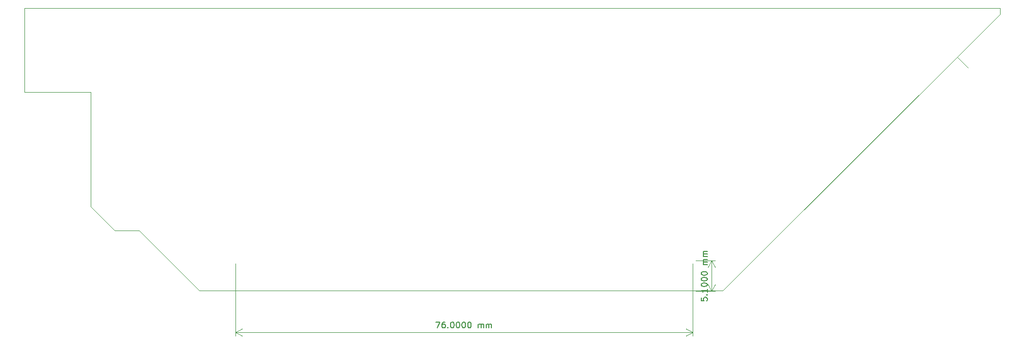
<source format=gbr>
%TF.GenerationSoftware,KiCad,Pcbnew,8.0.2*%
%TF.CreationDate,2024-05-31T12:09:55-04:00*%
%TF.ProjectId,kathodeDriver,6b617468-6f64-4654-9472-697665722e6b,rev?*%
%TF.SameCoordinates,Original*%
%TF.FileFunction,Profile,NP*%
%FSLAX46Y46*%
G04 Gerber Fmt 4.6, Leading zero omitted, Abs format (unit mm)*
G04 Created by KiCad (PCBNEW 8.0.2) date 2024-05-31 12:09:55*
%MOMM*%
%LPD*%
G01*
G04 APERTURE LIST*
%TA.AperFunction,Profile*%
%ADD10C,0.050000*%
%TD*%
%ADD11C,0.150000*%
G04 APERTURE END LIST*
D10*
X230900000Y-61100000D02*
X232700000Y-62900000D01*
X197000000Y-95000000D02*
X192000000Y-100000000D01*
X238000000Y-53000000D02*
X238000000Y-54000000D01*
X105000000Y-100000000D02*
X95000000Y-90000000D01*
X87000000Y-86000000D02*
X87000000Y-67000000D01*
X105000000Y-100000000D02*
X117000000Y-100000000D01*
X192000000Y-100000000D02*
X179000000Y-100000000D01*
X76000000Y-67000000D02*
X76000000Y-53000000D01*
X238000000Y-53000000D02*
X76000000Y-53000000D01*
X91000000Y-90000000D02*
X87000000Y-86000000D01*
X238000000Y-54000000D02*
X192000000Y-100000000D01*
X95000000Y-90000000D02*
X91000000Y-90000000D01*
X179000000Y-100000000D02*
X117000000Y-100000000D01*
X87000000Y-67000000D02*
X76000000Y-67000000D01*
D11*
X188404819Y-101169047D02*
X188404819Y-101645237D01*
X188404819Y-101645237D02*
X188881009Y-101692856D01*
X188881009Y-101692856D02*
X188833390Y-101645237D01*
X188833390Y-101645237D02*
X188785771Y-101549999D01*
X188785771Y-101549999D02*
X188785771Y-101311904D01*
X188785771Y-101311904D02*
X188833390Y-101216666D01*
X188833390Y-101216666D02*
X188881009Y-101169047D01*
X188881009Y-101169047D02*
X188976247Y-101121428D01*
X188976247Y-101121428D02*
X189214342Y-101121428D01*
X189214342Y-101121428D02*
X189309580Y-101169047D01*
X189309580Y-101169047D02*
X189357200Y-101216666D01*
X189357200Y-101216666D02*
X189404819Y-101311904D01*
X189404819Y-101311904D02*
X189404819Y-101549999D01*
X189404819Y-101549999D02*
X189357200Y-101645237D01*
X189357200Y-101645237D02*
X189309580Y-101692856D01*
X189309580Y-100692856D02*
X189357200Y-100645237D01*
X189357200Y-100645237D02*
X189404819Y-100692856D01*
X189404819Y-100692856D02*
X189357200Y-100740475D01*
X189357200Y-100740475D02*
X189309580Y-100692856D01*
X189309580Y-100692856D02*
X189404819Y-100692856D01*
X189404819Y-99692857D02*
X189404819Y-100264285D01*
X189404819Y-99978571D02*
X188404819Y-99978571D01*
X188404819Y-99978571D02*
X188547676Y-100073809D01*
X188547676Y-100073809D02*
X188642914Y-100169047D01*
X188642914Y-100169047D02*
X188690533Y-100264285D01*
X188404819Y-99073809D02*
X188404819Y-98978571D01*
X188404819Y-98978571D02*
X188452438Y-98883333D01*
X188452438Y-98883333D02*
X188500057Y-98835714D01*
X188500057Y-98835714D02*
X188595295Y-98788095D01*
X188595295Y-98788095D02*
X188785771Y-98740476D01*
X188785771Y-98740476D02*
X189023866Y-98740476D01*
X189023866Y-98740476D02*
X189214342Y-98788095D01*
X189214342Y-98788095D02*
X189309580Y-98835714D01*
X189309580Y-98835714D02*
X189357200Y-98883333D01*
X189357200Y-98883333D02*
X189404819Y-98978571D01*
X189404819Y-98978571D02*
X189404819Y-99073809D01*
X189404819Y-99073809D02*
X189357200Y-99169047D01*
X189357200Y-99169047D02*
X189309580Y-99216666D01*
X189309580Y-99216666D02*
X189214342Y-99264285D01*
X189214342Y-99264285D02*
X189023866Y-99311904D01*
X189023866Y-99311904D02*
X188785771Y-99311904D01*
X188785771Y-99311904D02*
X188595295Y-99264285D01*
X188595295Y-99264285D02*
X188500057Y-99216666D01*
X188500057Y-99216666D02*
X188452438Y-99169047D01*
X188452438Y-99169047D02*
X188404819Y-99073809D01*
X188404819Y-98121428D02*
X188404819Y-98026190D01*
X188404819Y-98026190D02*
X188452438Y-97930952D01*
X188452438Y-97930952D02*
X188500057Y-97883333D01*
X188500057Y-97883333D02*
X188595295Y-97835714D01*
X188595295Y-97835714D02*
X188785771Y-97788095D01*
X188785771Y-97788095D02*
X189023866Y-97788095D01*
X189023866Y-97788095D02*
X189214342Y-97835714D01*
X189214342Y-97835714D02*
X189309580Y-97883333D01*
X189309580Y-97883333D02*
X189357200Y-97930952D01*
X189357200Y-97930952D02*
X189404819Y-98026190D01*
X189404819Y-98026190D02*
X189404819Y-98121428D01*
X189404819Y-98121428D02*
X189357200Y-98216666D01*
X189357200Y-98216666D02*
X189309580Y-98264285D01*
X189309580Y-98264285D02*
X189214342Y-98311904D01*
X189214342Y-98311904D02*
X189023866Y-98359523D01*
X189023866Y-98359523D02*
X188785771Y-98359523D01*
X188785771Y-98359523D02*
X188595295Y-98311904D01*
X188595295Y-98311904D02*
X188500057Y-98264285D01*
X188500057Y-98264285D02*
X188452438Y-98216666D01*
X188452438Y-98216666D02*
X188404819Y-98121428D01*
X188404819Y-97169047D02*
X188404819Y-97073809D01*
X188404819Y-97073809D02*
X188452438Y-96978571D01*
X188452438Y-96978571D02*
X188500057Y-96930952D01*
X188500057Y-96930952D02*
X188595295Y-96883333D01*
X188595295Y-96883333D02*
X188785771Y-96835714D01*
X188785771Y-96835714D02*
X189023866Y-96835714D01*
X189023866Y-96835714D02*
X189214342Y-96883333D01*
X189214342Y-96883333D02*
X189309580Y-96930952D01*
X189309580Y-96930952D02*
X189357200Y-96978571D01*
X189357200Y-96978571D02*
X189404819Y-97073809D01*
X189404819Y-97073809D02*
X189404819Y-97169047D01*
X189404819Y-97169047D02*
X189357200Y-97264285D01*
X189357200Y-97264285D02*
X189309580Y-97311904D01*
X189309580Y-97311904D02*
X189214342Y-97359523D01*
X189214342Y-97359523D02*
X189023866Y-97407142D01*
X189023866Y-97407142D02*
X188785771Y-97407142D01*
X188785771Y-97407142D02*
X188595295Y-97359523D01*
X188595295Y-97359523D02*
X188500057Y-97311904D01*
X188500057Y-97311904D02*
X188452438Y-97264285D01*
X188452438Y-97264285D02*
X188404819Y-97169047D01*
X189404819Y-95645237D02*
X188738152Y-95645237D01*
X188833390Y-95645237D02*
X188785771Y-95597618D01*
X188785771Y-95597618D02*
X188738152Y-95502380D01*
X188738152Y-95502380D02*
X188738152Y-95359523D01*
X188738152Y-95359523D02*
X188785771Y-95264285D01*
X188785771Y-95264285D02*
X188881009Y-95216666D01*
X188881009Y-95216666D02*
X189404819Y-95216666D01*
X188881009Y-95216666D02*
X188785771Y-95169047D01*
X188785771Y-95169047D02*
X188738152Y-95073809D01*
X188738152Y-95073809D02*
X188738152Y-94930952D01*
X188738152Y-94930952D02*
X188785771Y-94835713D01*
X188785771Y-94835713D02*
X188881009Y-94788094D01*
X188881009Y-94788094D02*
X189404819Y-94788094D01*
X189404819Y-94311904D02*
X188738152Y-94311904D01*
X188833390Y-94311904D02*
X188785771Y-94264285D01*
X188785771Y-94264285D02*
X188738152Y-94169047D01*
X188738152Y-94169047D02*
X188738152Y-94026190D01*
X188738152Y-94026190D02*
X188785771Y-93930952D01*
X188785771Y-93930952D02*
X188881009Y-93883333D01*
X188881009Y-93883333D02*
X189404819Y-93883333D01*
X188881009Y-93883333D02*
X188785771Y-93835714D01*
X188785771Y-93835714D02*
X188738152Y-93740476D01*
X188738152Y-93740476D02*
X188738152Y-93597619D01*
X188738152Y-93597619D02*
X188785771Y-93502380D01*
X188785771Y-93502380D02*
X188881009Y-93454761D01*
X188881009Y-93454761D02*
X189404819Y-93454761D01*
D10*
X187500000Y-95000000D02*
X190686420Y-95000000D01*
X187500000Y-100100000D02*
X190686420Y-100100000D01*
X190100000Y-95000000D02*
X190100000Y-100100000D01*
X190100000Y-95000000D02*
X190100000Y-100100000D01*
X190100000Y-95000000D02*
X190686421Y-96126504D01*
X190100000Y-95000000D02*
X189513579Y-96126504D01*
X190100000Y-100100000D02*
X189513579Y-98973496D01*
X190100000Y-100100000D02*
X190686421Y-98973496D01*
D11*
X144333334Y-105204819D02*
X145000000Y-105204819D01*
X145000000Y-105204819D02*
X144571429Y-106204819D01*
X145809524Y-105204819D02*
X145619048Y-105204819D01*
X145619048Y-105204819D02*
X145523810Y-105252438D01*
X145523810Y-105252438D02*
X145476191Y-105300057D01*
X145476191Y-105300057D02*
X145380953Y-105442914D01*
X145380953Y-105442914D02*
X145333334Y-105633390D01*
X145333334Y-105633390D02*
X145333334Y-106014342D01*
X145333334Y-106014342D02*
X145380953Y-106109580D01*
X145380953Y-106109580D02*
X145428572Y-106157200D01*
X145428572Y-106157200D02*
X145523810Y-106204819D01*
X145523810Y-106204819D02*
X145714286Y-106204819D01*
X145714286Y-106204819D02*
X145809524Y-106157200D01*
X145809524Y-106157200D02*
X145857143Y-106109580D01*
X145857143Y-106109580D02*
X145904762Y-106014342D01*
X145904762Y-106014342D02*
X145904762Y-105776247D01*
X145904762Y-105776247D02*
X145857143Y-105681009D01*
X145857143Y-105681009D02*
X145809524Y-105633390D01*
X145809524Y-105633390D02*
X145714286Y-105585771D01*
X145714286Y-105585771D02*
X145523810Y-105585771D01*
X145523810Y-105585771D02*
X145428572Y-105633390D01*
X145428572Y-105633390D02*
X145380953Y-105681009D01*
X145380953Y-105681009D02*
X145333334Y-105776247D01*
X146333334Y-106109580D02*
X146380953Y-106157200D01*
X146380953Y-106157200D02*
X146333334Y-106204819D01*
X146333334Y-106204819D02*
X146285715Y-106157200D01*
X146285715Y-106157200D02*
X146333334Y-106109580D01*
X146333334Y-106109580D02*
X146333334Y-106204819D01*
X147000000Y-105204819D02*
X147095238Y-105204819D01*
X147095238Y-105204819D02*
X147190476Y-105252438D01*
X147190476Y-105252438D02*
X147238095Y-105300057D01*
X147238095Y-105300057D02*
X147285714Y-105395295D01*
X147285714Y-105395295D02*
X147333333Y-105585771D01*
X147333333Y-105585771D02*
X147333333Y-105823866D01*
X147333333Y-105823866D02*
X147285714Y-106014342D01*
X147285714Y-106014342D02*
X147238095Y-106109580D01*
X147238095Y-106109580D02*
X147190476Y-106157200D01*
X147190476Y-106157200D02*
X147095238Y-106204819D01*
X147095238Y-106204819D02*
X147000000Y-106204819D01*
X147000000Y-106204819D02*
X146904762Y-106157200D01*
X146904762Y-106157200D02*
X146857143Y-106109580D01*
X146857143Y-106109580D02*
X146809524Y-106014342D01*
X146809524Y-106014342D02*
X146761905Y-105823866D01*
X146761905Y-105823866D02*
X146761905Y-105585771D01*
X146761905Y-105585771D02*
X146809524Y-105395295D01*
X146809524Y-105395295D02*
X146857143Y-105300057D01*
X146857143Y-105300057D02*
X146904762Y-105252438D01*
X146904762Y-105252438D02*
X147000000Y-105204819D01*
X147952381Y-105204819D02*
X148047619Y-105204819D01*
X148047619Y-105204819D02*
X148142857Y-105252438D01*
X148142857Y-105252438D02*
X148190476Y-105300057D01*
X148190476Y-105300057D02*
X148238095Y-105395295D01*
X148238095Y-105395295D02*
X148285714Y-105585771D01*
X148285714Y-105585771D02*
X148285714Y-105823866D01*
X148285714Y-105823866D02*
X148238095Y-106014342D01*
X148238095Y-106014342D02*
X148190476Y-106109580D01*
X148190476Y-106109580D02*
X148142857Y-106157200D01*
X148142857Y-106157200D02*
X148047619Y-106204819D01*
X148047619Y-106204819D02*
X147952381Y-106204819D01*
X147952381Y-106204819D02*
X147857143Y-106157200D01*
X147857143Y-106157200D02*
X147809524Y-106109580D01*
X147809524Y-106109580D02*
X147761905Y-106014342D01*
X147761905Y-106014342D02*
X147714286Y-105823866D01*
X147714286Y-105823866D02*
X147714286Y-105585771D01*
X147714286Y-105585771D02*
X147761905Y-105395295D01*
X147761905Y-105395295D02*
X147809524Y-105300057D01*
X147809524Y-105300057D02*
X147857143Y-105252438D01*
X147857143Y-105252438D02*
X147952381Y-105204819D01*
X148904762Y-105204819D02*
X149000000Y-105204819D01*
X149000000Y-105204819D02*
X149095238Y-105252438D01*
X149095238Y-105252438D02*
X149142857Y-105300057D01*
X149142857Y-105300057D02*
X149190476Y-105395295D01*
X149190476Y-105395295D02*
X149238095Y-105585771D01*
X149238095Y-105585771D02*
X149238095Y-105823866D01*
X149238095Y-105823866D02*
X149190476Y-106014342D01*
X149190476Y-106014342D02*
X149142857Y-106109580D01*
X149142857Y-106109580D02*
X149095238Y-106157200D01*
X149095238Y-106157200D02*
X149000000Y-106204819D01*
X149000000Y-106204819D02*
X148904762Y-106204819D01*
X148904762Y-106204819D02*
X148809524Y-106157200D01*
X148809524Y-106157200D02*
X148761905Y-106109580D01*
X148761905Y-106109580D02*
X148714286Y-106014342D01*
X148714286Y-106014342D02*
X148666667Y-105823866D01*
X148666667Y-105823866D02*
X148666667Y-105585771D01*
X148666667Y-105585771D02*
X148714286Y-105395295D01*
X148714286Y-105395295D02*
X148761905Y-105300057D01*
X148761905Y-105300057D02*
X148809524Y-105252438D01*
X148809524Y-105252438D02*
X148904762Y-105204819D01*
X149857143Y-105204819D02*
X149952381Y-105204819D01*
X149952381Y-105204819D02*
X150047619Y-105252438D01*
X150047619Y-105252438D02*
X150095238Y-105300057D01*
X150095238Y-105300057D02*
X150142857Y-105395295D01*
X150142857Y-105395295D02*
X150190476Y-105585771D01*
X150190476Y-105585771D02*
X150190476Y-105823866D01*
X150190476Y-105823866D02*
X150142857Y-106014342D01*
X150142857Y-106014342D02*
X150095238Y-106109580D01*
X150095238Y-106109580D02*
X150047619Y-106157200D01*
X150047619Y-106157200D02*
X149952381Y-106204819D01*
X149952381Y-106204819D02*
X149857143Y-106204819D01*
X149857143Y-106204819D02*
X149761905Y-106157200D01*
X149761905Y-106157200D02*
X149714286Y-106109580D01*
X149714286Y-106109580D02*
X149666667Y-106014342D01*
X149666667Y-106014342D02*
X149619048Y-105823866D01*
X149619048Y-105823866D02*
X149619048Y-105585771D01*
X149619048Y-105585771D02*
X149666667Y-105395295D01*
X149666667Y-105395295D02*
X149714286Y-105300057D01*
X149714286Y-105300057D02*
X149761905Y-105252438D01*
X149761905Y-105252438D02*
X149857143Y-105204819D01*
X151380953Y-106204819D02*
X151380953Y-105538152D01*
X151380953Y-105633390D02*
X151428572Y-105585771D01*
X151428572Y-105585771D02*
X151523810Y-105538152D01*
X151523810Y-105538152D02*
X151666667Y-105538152D01*
X151666667Y-105538152D02*
X151761905Y-105585771D01*
X151761905Y-105585771D02*
X151809524Y-105681009D01*
X151809524Y-105681009D02*
X151809524Y-106204819D01*
X151809524Y-105681009D02*
X151857143Y-105585771D01*
X151857143Y-105585771D02*
X151952381Y-105538152D01*
X151952381Y-105538152D02*
X152095238Y-105538152D01*
X152095238Y-105538152D02*
X152190477Y-105585771D01*
X152190477Y-105585771D02*
X152238096Y-105681009D01*
X152238096Y-105681009D02*
X152238096Y-106204819D01*
X152714286Y-106204819D02*
X152714286Y-105538152D01*
X152714286Y-105633390D02*
X152761905Y-105585771D01*
X152761905Y-105585771D02*
X152857143Y-105538152D01*
X152857143Y-105538152D02*
X153000000Y-105538152D01*
X153000000Y-105538152D02*
X153095238Y-105585771D01*
X153095238Y-105585771D02*
X153142857Y-105681009D01*
X153142857Y-105681009D02*
X153142857Y-106204819D01*
X153142857Y-105681009D02*
X153190476Y-105585771D01*
X153190476Y-105585771D02*
X153285714Y-105538152D01*
X153285714Y-105538152D02*
X153428571Y-105538152D01*
X153428571Y-105538152D02*
X153523810Y-105585771D01*
X153523810Y-105585771D02*
X153571429Y-105681009D01*
X153571429Y-105681009D02*
X153571429Y-106204819D01*
D10*
X187000000Y-95500000D02*
X187000000Y-107486420D01*
X111000000Y-95500000D02*
X111000000Y-107486420D01*
X187000000Y-106900000D02*
X111000000Y-106900000D01*
X187000000Y-106900000D02*
X111000000Y-106900000D01*
X187000000Y-106900000D02*
X185873496Y-107486421D01*
X187000000Y-106900000D02*
X185873496Y-106313579D01*
X111000000Y-106900000D02*
X112126504Y-106313579D01*
X111000000Y-106900000D02*
X112126504Y-107486421D01*
M02*

</source>
